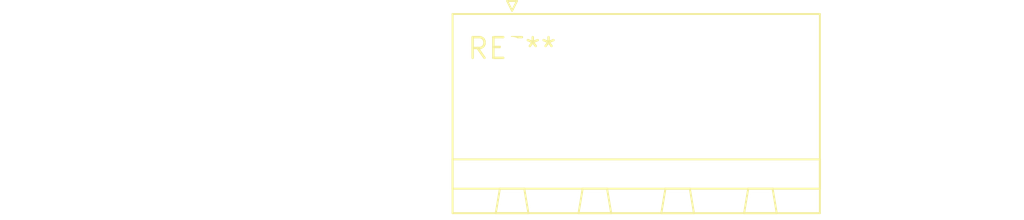
<source format=kicad_pcb>
(kicad_pcb (version 20240108) (generator pcbnew)
  (layers (0 "F.Cu" signal) (31 "B.Cu" signal) (34 "B.Paste" user) (35 "F.Paste" user) (36 "B.SilkS" user "B.Silkscreen") (37 "F.SilkS" user "F.Silkscreen") (38 "B.Mask" user) (39 "F.Mask" user) (44 "Edge.Cuts" user))
  (net 0 "")
  (footprint "PhoenixContact_MSTBA_2,5_4-G-5,08_1x04_P5.08mm_Horizontal" (layer "F.Cu") (at 0 0)
    (property "Reference" "REF**")
    (property "Value" "PhoenixContact_MSTBA_2,5_4-G-5,08_1x04_P5.08mm_Horizontal")
    (fp_line (start -3.65 -2.11) (end -3.65 10.11) (layer "F.SilkS") (stroke (width 0.12)))
    (fp_line (start -3.65 6.81) (end 18.89 6.81) (layer "F.SilkS") (stroke (width 0.12)))
    (fp_line (start -3.65 8.61) (end -3.65 6.81) (layer "F.SilkS") (stroke (width 0.12)))
    (fp_line (start -3.65 10.11) (end 18.89 10.11) (layer "F.SilkS") (stroke (width 0.12)))
    (fp_line (start -1 10.11) (end 1 10.11) (layer "F.SilkS") (stroke (width 0.12)))
    (fp_line (start -0.75 8.61) (end -1 10.11) (layer "F.SilkS") (stroke (width 0.12)))
    (fp_line (start -0.3 -2.91) (end 0.3 -2.91) (layer "F.SilkS") (stroke (width 0.12)))
    (fp_line (start 0 -2.31) (end -0.3 -2.91) (layer "F.SilkS") (stroke (width 0.12)))
    (fp_line (start 0.3 -2.91) (end 0 -2.31) (layer "F.SilkS") (stroke (width 0.12)))
    (fp_line (start 0.75 8.61) (end -0.75 8.61) (layer "F.SilkS") (stroke (width 0.12)))
    (fp_line (start 1 10.11) (end 0.75 8.61) (layer "F.SilkS") (stroke (width 0.12)))
    (fp_line (start 4.08 10.11) (end 6.08 10.11) (layer "F.SilkS") (stroke (width 0.12)))
    (fp_line (start 4.33 8.61) (end 4.08 10.11) (layer "F.SilkS") (stroke (width 0.12)))
    (fp_line (start 5.83 8.61) (end 4.33 8.61) (layer "F.SilkS") (stroke (width 0.12)))
    (fp_line (start 6.08 10.11) (end 5.83 8.61) (layer "F.SilkS") (stroke (width 0.12)))
    (fp_line (start 9.16 10.11) (end 11.16 10.11) (layer "F.SilkS") (stroke (width 0.12)))
    (fp_line (start 9.41 8.61) (end 9.16 10.11) (layer "F.SilkS") (stroke (width 0.12)))
    (fp_line (start 10.91 8.61) (end 9.41 8.61) (layer "F.SilkS") (stroke (width 0.12)))
    (fp_line (start 11.16 10.11) (end 10.91 8.61) (layer "F.SilkS") (stroke (width 0.12)))
    (fp_line (start 14.24 10.11) (end 16.24 10.11) (layer "F.SilkS") (stroke (width 0.12)))
    (fp_line (start 14.49 8.61) (end 14.24 10.11) (layer "F.SilkS") (stroke (width 0.12)))
    (fp_line (start 15.99 8.61) (end 14.49 8.61) (layer "F.SilkS") (stroke (width 0.12)))
    (fp_line (start 16.24 10.11) (end 15.99 8.61) (layer "F.SilkS") (stroke (width 0.12)))
    (fp_line (start 18.89 -2.11) (end -3.65 -2.11) (layer "F.SilkS") (stroke (width 0.12)))
    (fp_line (start 18.89 6.81) (end 18.89 8.61) (layer "F.SilkS") (stroke (width 0.12)))
    (fp_line (start 18.89 8.61) (end -3.65 8.61) (layer "F.SilkS") (stroke (width 0.12)))
    (fp_line (start 18.89 10.11) (end 18.89 -2.11) (layer "F.SilkS") (stroke (width 0.12)))
    (pad "1" thru_hole roundrect (at 0 0) (size 2.08 3.6) (drill 1.4) (layers *.Cu *.Mask) (remove_unused_layers) (roundrect_rratio 0.120192))
    (pad "2" thru_hole oval (at 5.08 0) (size 2.08 3.6) (drill 1.4) (layers *.Cu *.Mask) (remove_unused_layers))
    (pad "3" thru_hole oval (at 10.16 0) (size 2.08 3.6) (drill 1.4) (layers *.Cu *.Mask) (remove_unused_layers))
    (pad "4" thru_hole oval (at 15.24 0) (size 2.08 3.6) (drill 1.4) (layers *.Cu *.Mask) (remove_unused_layers))
  )
)
</source>
